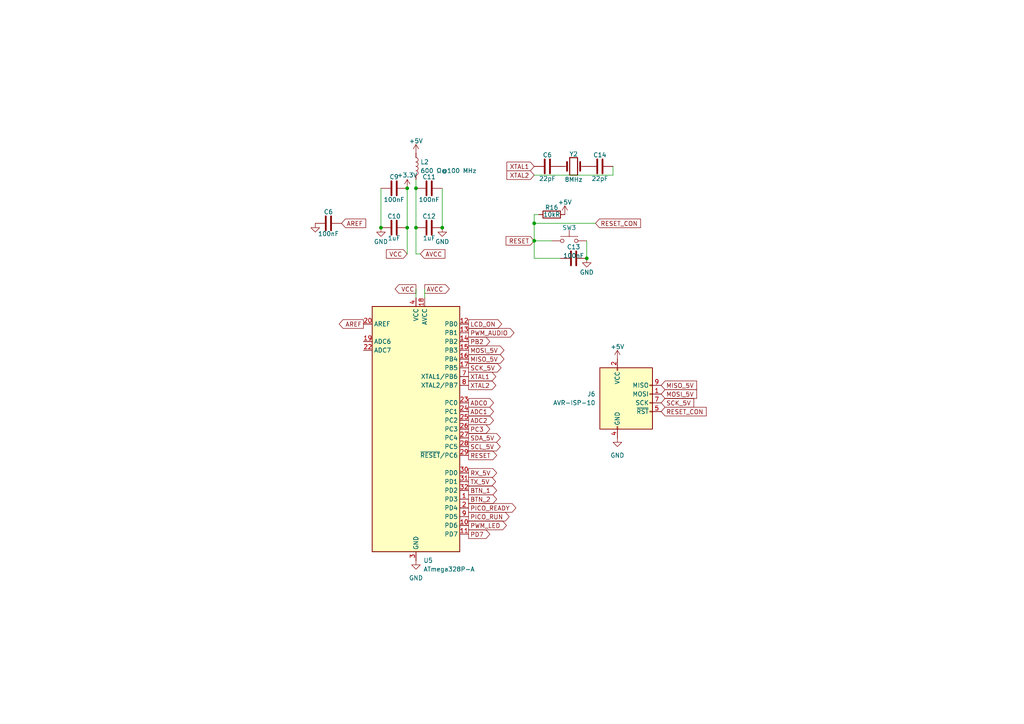
<source format=kicad_sch>
(kicad_sch (version 20250114) (generator "eeschema") (generator_version "9.0")
  (paper "A4")
  (title_block (title "Raspberry Pi Pico Logger - ATMega") (date "2026-01-06") (rev "1.0") (company "Creator: Piotr Kłyś"))
  (lib_symbols
    (symbol "Connector:AVR-ISP-10" (pin_names (offset 1.016))
      (property "Reference" "J" (at -6.35 11.43 0))
      (property "Value" "AVR-ISP-10" (at 0 11.43 0))
      (symbol "AVR-ISP-10_0_1"
        (rectangle (start -2.667 10.16) (end -2.413 9.398))
        (rectangle (start -2.667 -6.858) (end -2.413 -7.62))
        (rectangle (start 7.62 10.16) (end -7.62 -7.62) (stroke (width 0.254)) (fill (type background)))
        (rectangle (start 7.62 5.207) (end 6.858 4.953))
        (rectangle (start 7.62 2.667) (end 6.858 2.413))
        (rectangle (start 7.62 0.127) (end 6.858 -0.127))
        (rectangle (start 7.62 -2.413) (end 6.858 -2.667))
      )
      (symbol "AVR-ISP-10_1_1"
        (pin passive line (at -2.54 12.7 270) (length 2.54) (name "VCC") (number "2"))
        (pin passive line (at -2.54 -10.16 90) (length 2.54) (hide yes) (name "GND") (number "10"))
        (pin passive line (at -2.54 -10.16 90) (length 2.54) (name "GND") (number "4"))
        (pin passive line (at -2.54 -10.16 90) (length 2.54) (hide yes) (name "GND") (number "6"))
        (pin passive line (at -2.54 -10.16 90) (length 2.54) (hide yes) (name "GND") (number "8"))
        (pin no_connect line (at 7.62 -5.08 180) (length 2.54) (hide yes) (name "NC") (number "3"))
        (pin passive line (at 10.16 5.08 180) (length 2.54) (name "MISO") (number "9"))
        (pin passive line (at 10.16 2.54 180) (length 2.54) (name "MOSI") (number "1"))
        (pin passive line (at 10.16 0 180) (length 2.54) (name "SCK") (number "7"))
        (pin passive line (at 10.16 -2.54 180) (length 2.54) (name "~{RST}") (number "5"))
      )
    )
    (symbol "Device:C" (pin_numbers (hide yes)) (pin_names (offset 0.254))
      (property "Reference" "C" (at 0.635 2.54 0))
      (property "Value" "C" (at 0.635 -2.54 0))
      (symbol "C_0_1"
        (polyline (pts (xy -2.032 0.762) (xy 2.032 0.762)) (stroke (width 0.508)))
        (polyline (pts (xy -2.032 -0.762) (xy 2.032 -0.762)) (stroke (width 0.508)))
      )
      (symbol "C_1_1"
        (pin passive line (at 0 3.81 270) (length 2.794) (name "~") (number "1"))
        (pin passive line (at 0 -3.81 90) (length 2.794) (name "~") (number "2"))
      )
    )
    (symbol "Device:Crystal" (pin_numbers (hide yes)) (pin_names (offset 1.016) (hide yes))
      (property "Reference" "Y" (at 0 3.81 0))
      (property "Value" "Crystal" (at 0 -3.81 0))
      (symbol "Crystal_0_1"
        (polyline (pts (xy -2.54 0) (xy -1.905 0)))
        (polyline (pts (xy -1.905 -1.27) (xy -1.905 1.27)) (stroke (width 0.508)))
        (rectangle (start -1.143 2.54) (end 1.143 -2.54) (stroke (width 0.3048)))
        (polyline (pts (xy 1.905 -1.27) (xy 1.905 1.27)) (stroke (width 0.508)))
        (polyline (pts (xy 2.54 0) (xy 1.905 0)))
      )
      (symbol "Crystal_1_1"
        (pin passive line (at -3.81 0 0) (length 1.27) (name "1") (number "1"))
        (pin passive line (at 3.81 0 180) (length 1.27) (name "2") (number "2"))
      )
    )
    (symbol "Device:L" (pin_numbers (hide yes)) (pin_names (offset 1.016) (hide yes))
      (property "Reference" "L" (at -1.27 0 90))
      (property "Value" "L" (at 1.905 0 90))
      (symbol "L_0_1"
        (arc (start 0 2.54) (mid 0.6323 1.905) (end 0 1.27))
        (arc (start 0 1.27) (mid 0.6323 0.635) (end 0 0))
        (arc (start 0 0) (mid 0.6323 -0.635) (end 0 -1.27))
        (arc (start 0 -1.27) (mid 0.6323 -1.905) (end 0 -2.54))
      )
      (symbol "L_1_1"
        (pin passive line (at 0 3.81 270) (length 1.27) (name "1") (number "1"))
        (pin passive line (at 0 -3.81 90) (length 1.27) (name "2") (number "2"))
      )
    )
    (symbol "Device:R" (pin_numbers (hide yes)) (pin_names (offset 0))
      (property "Reference" "R" (at 2.032 0 90))
      (property "Value" "R" (at 0 0 90))
      (symbol "R_0_1"
        (rectangle (start -1.016 -2.54) (end 1.016 2.54) (stroke (width 0.254)))
      )
      (symbol "R_1_1"
        (pin passive line (at 0 3.81 270) (length 1.27) (name "~") (number "1"))
        (pin passive line (at 0 -3.81 90) (length 1.27) (name "~") (number "2"))
      )
    )
    (symbol "MCU_Microchip_ATmega:ATmega328P-A"
      (property "Reference" "U" (at -12.7 36.83 0))
      (property "Value" "ATmega328P-A" (at 2.54 -36.83 0))
      (symbol "ATmega328P-A_0_1"
        (rectangle (start -12.7 -35.56) (end 12.7 35.56) (stroke (width 0.254)) (fill (type background)))
      )
      (symbol "ATmega328P-A_1_1"
        (pin passive line (at -15.24 30.48 0) (length 2.54) (name "AREF") (number "20"))
        (pin input line (at -15.24 25.4 0) (length 2.54) (name "ADC6") (number "19"))
        (pin input line (at -15.24 22.86 0) (length 2.54) (name "ADC7") (number "22"))
        (pin power_in line (at 0 38.1 270) (length 2.54) (name "VCC") (number "4"))
        (pin passive line (at 0 38.1 270) (length 2.54) (hide yes) (name "VCC") (number "6"))
        (pin passive line (at 0 -38.1 90) (length 2.54) (hide yes) (name "GND") (number "21"))
        (pin power_in line (at 0 -38.1 90) (length 2.54) (name "GND") (number "3"))
        (pin passive line (at 0 -38.1 90) (length 2.54) (hide yes) (name "GND") (number "5"))
        (pin power_in line (at 2.54 38.1 270) (length 2.54) (name "AVCC") (number "18"))
        (pin bidirectional line (at 15.24 30.48 180) (length 2.54) (name "PB0") (number "12"))
        (pin bidirectional line (at 15.24 27.94 180) (length 2.54) (name "PB1") (number "13"))
        (pin bidirectional line (at 15.24 25.4 180) (length 2.54) (name "PB2") (number "14"))
        (pin bidirectional line (at 15.24 22.86 180) (length 2.54) (name "PB3") (number "15"))
        (pin bidirectional line (at 15.24 20.32 180) (length 2.54) (name "PB4") (number "16"))
        (pin bidirectional line (at 15.24 17.78 180) (length 2.54) (name "PB5") (number "17"))
        (pin bidirectional line (at 15.24 15.24 180) (length 2.54) (name "XTAL1/PB6") (number "7"))
        (pin bidirectional line (at 15.24 12.7 180) (length 2.54) (name "XTAL2/PB7") (number "8"))
        (pin bidirectional line (at 15.24 7.62 180) (length 2.54) (name "PC0") (number "23"))
        (pin bidirectional line (at 15.24 5.08 180) (length 2.54) (name "PC1") (number "24"))
        (pin bidirectional line (at 15.24 2.54 180) (length 2.54) (name "PC2") (number "25"))
        (pin bidirectional line (at 15.24 0 180) (length 2.54) (name "PC3") (number "26"))
        (pin bidirectional line (at 15.24 -2.54 180) (length 2.54) (name "PC4") (number "27"))
        (pin bidirectional line (at 15.24 -5.08 180) (length 2.54) (name "PC5") (number "28"))
        (pin bidirectional line (at 15.24 -7.62 180) (length 2.54) (name "~{RESET}/PC6") (number "29"))
        (pin bidirectional line (at 15.24 -12.7 180) (length 2.54) (name "PD0") (number "30"))
        (pin bidirectional line (at 15.24 -15.24 180) (length 2.54) (name "PD1") (number "31"))
        (pin bidirectional line (at 15.24 -17.78 180) (length 2.54) (name "PD2") (number "32"))
        (pin bidirectional line (at 15.24 -20.32 180) (length 2.54) (name "PD3") (number "1"))
        (pin bidirectional line (at 15.24 -22.86 180) (length 2.54) (name "PD4") (number "2"))
        (pin bidirectional line (at 15.24 -25.4 180) (length 2.54) (name "PD5") (number "9"))
        (pin bidirectional line (at 15.24 -27.94 180) (length 2.54) (name "PD6") (number "10"))
        (pin bidirectional line (at 15.24 -30.48 180) (length 2.54) (name "PD7") (number "11"))
      )
    )
    (symbol "Switch:SW_Push" (pin_numbers (hide yes)) (pin_names (offset 1.016) (hide yes))
      (property "Reference" "SW" (at 1.27 2.54 0))
      (property "Value" "SW_Push" (at 0 -1.524 0))
      (symbol "SW_Push_0_1"
        (circle (center -2.032 0) (radius 0.508))
        (polyline (pts (xy 0 1.27) (xy 0 3.048)))
        (circle (center 2.032 0) (radius 0.508))
        (polyline (pts (xy 2.54 1.27) (xy -2.54 1.27)))
        (pin passive line (at -5.08 0 0) (length 2.54) (name "1") (number "1"))
        (pin passive line (at 5.08 0 180) (length 2.54) (name "2") (number "2"))
      )
    )
    (symbol "power:+5V" (power) (pin_numbers (hide yes)) (pin_names (offset 0) (hide yes))
      (property "Value" "+5V" (at 0 3.556 0))
      (symbol "+5V_0_1"
        (polyline (pts (xy -0.762 1.27) (xy 0 2.54)))
        (polyline (pts (xy 0 2.54) (xy 0.762 1.27)))
        (polyline (pts (xy 0 0) (xy 0 2.54)))
      )
      (symbol "+5V_1_1"
        (pin power_in line (at 0 0 90) (length 0) (name "~") (number "1"))
      )
    )
    (symbol "power:GND" (power) (pin_numbers (hide yes)) (pin_names (offset 0) (hide yes))
      (property "Value" "GND" (at 0 -3.81 0))
      (symbol "GND_0_1"
        (polyline (pts (xy 0 0) (xy 0 -1.27) (xy 1.27 -1.27) (xy 0 -2.54) (xy -1.27 -1.27) (xy 0 -1.27)))
      )
      (symbol "GND_1_1"
        (pin power_in line (at 0 0 270) (length 0) (name "~") (number "1"))
      )
    )
  )
  (junction (at 154.94 64.77))
  (junction (at 170.18 74.93))
  (junction (at 118.11 54.61))
  (junction (at 110.49 66.04))
  (junction (at 154.94 69.85))
  (junction (at 128.27 66.04))
  (junction (at 120.65 66.04))
  (junction (at 120.65 54.61))
  (junction (at 118.11 66.04))
  (wire (pts (xy 170.18 69.85) (xy 170.18 74.93)))
  (wire (pts (xy 118.11 54.61) (xy 118.11 66.04)))
  (wire (pts (xy 110.49 54.61) (xy 110.49 66.04)))
  (wire (pts (xy 128.27 54.61) (xy 128.27 66.04)))
  (wire (pts (xy 120.65 83.82) (xy 120.65 86.36)))
  (wire (pts (xy 123.19 83.82) (xy 123.19 86.36)))
  (wire (pts (xy 172.72 64.77) (xy 154.94 64.77)))
  (wire (pts (xy 120.65 52.07) (xy 120.65 54.61)))
  (wire (pts (xy 154.94 62.23) (xy 154.94 64.77)))
  (wire (pts (xy 154.94 50.8) (xy 177.8 50.8)))
  (wire (pts (xy 120.65 54.61) (xy 120.65 66.04)))
  (wire (pts (xy 154.94 69.85) (xy 154.94 74.93)))
  (wire (pts (xy 154.94 64.77) (xy 154.94 69.85)))
  (wire (pts (xy 177.8 50.8) (xy 177.8 48.26)))
  (wire (pts (xy 120.65 66.04) (xy 120.65 73.66)))
  (wire (pts (xy 154.94 62.23) (xy 156.21 62.23)))
  (wire (pts (xy 120.65 73.66) (xy 121.92 73.66)))
  (wire (pts (xy 118.11 66.04) (xy 118.11 73.66)))
  (wire (pts (xy 154.94 74.93) (xy 162.56 74.93)))
  (wire (pts (xy 160.02 69.85) (xy 154.94 69.85)))
  (global_label "RESET" (shape input) (at 154.94 69.85 180) (property "Intersheetrefs" "${INTERSHEET_REFS}" (effects (hide yes))))
  (global_label "XTAL2" (shape input) (at 154.94 50.8 180) (property "Intersheetrefs" "${INTERSHEET_REFS}" (effects (hide yes))))
  (global_label "VCC" (shape output) (at 120.65 83.82 180) (property "Intersheetrefs" "${INTERSHEET_REFS}" (effects (hide yes))))
  (global_label "RESET_CON" (shape input) (at 191.77 119.38 0) (property "Intersheetrefs" "${INTERSHEET_REFS}" (effects (hide yes))))
  (global_label "AVCC" (shape input) (at 121.92 73.66 0) (property "Intersheetrefs" "${INTERSHEET_REFS}" (effects (hide yes))))
  (global_label "PD7" (shape output) (at 135.89 154.94 0) (property "Intersheetrefs" "${INTERSHEET_REFS}" (effects (hide yes))))
  (global_label "ADC0" (shape output) (at 135.89 116.84 0) (property "Intersheetrefs" "${INTERSHEET_REFS}" (effects (hide yes))))
  (global_label "PICO_RUN" (shape output) (at 135.89 149.86 0) (property "Intersheetrefs" "${INTERSHEET_REFS}" (effects (hide yes))))
  (global_label "PICO_READY" (shape output) (at 135.89 147.32 0) (property "Intersheetrefs" "${INTERSHEET_REFS}" (effects (hide yes))))
  (global_label "SDA_5V" (shape output) (at 135.89 127 0) (property "Intersheetrefs" "${INTERSHEET_REFS}" (effects (hide yes))))
  (global_label "RESET_CON" (shape input) (at 172.72 64.77 0) (property "Intersheetrefs" "${INTERSHEET_REFS}" (effects (hide yes))))
  (global_label "MOSI_5V" (shape output) (at 135.89 101.6 0) (property "Intersheetrefs" "${INTERSHEET_REFS}" (effects (hide yes))))
  (global_label "AREF" (shape output) (at 105.41 93.98 180) (property "Intersheetrefs" "${INTERSHEET_REFS}" (effects (hide yes))))
  (global_label "XTAL1" (shape input) (at 154.94 48.26 180) (property "Intersheetrefs" "${INTERSHEET_REFS}" (effects (hide yes))))
  (global_label "XTAL2" (shape output) (at 135.89 111.76 0) (property "Intersheetrefs" "${INTERSHEET_REFS}" (effects (hide yes))))
  (global_label "RX_5V" (shape output) (at 135.89 137.16 0) (property "Intersheetrefs" "${INTERSHEET_REFS}" (effects (hide yes))))
  (global_label "ADC1" (shape output) (at 135.89 119.38 0) (property "Intersheetrefs" "${INTERSHEET_REFS}" (effects (hide yes))))
  (global_label "SCK_5V" (shape output) (at 135.89 106.68 0) (property "Intersheetrefs" "${INTERSHEET_REFS}" (effects (hide yes))))
  (global_label "BTN_2" (shape output) (at 135.89 144.78 0) (property "Intersheetrefs" "${INTERSHEET_REFS}" (effects (hide yes))))
  (global_label "PWM_LED" (shape output) (at 135.89 152.4 0) (property "Intersheetrefs" "${INTERSHEET_REFS}" (effects (hide yes))))
  (global_label "XTAL1" (shape output) (at 135.89 109.22 0) (property "Intersheetrefs" "${INTERSHEET_REFS}" (effects (hide yes))))
  (global_label "AREF" (shape input) (at 99.06 64.77 0) (property "Intersheetrefs" "${INTERSHEET_REFS}" (effects (hide yes))))
  (global_label "MOSI_5V" (shape input) (at 191.77 114.3 0) (property "Intersheetrefs" "${INTERSHEET_REFS}" (effects (hide yes))))
  (global_label "RESET" (shape output) (at 135.89 132.08 0) (property "Intersheetrefs" "${INTERSHEET_REFS}" (effects (hide yes))))
  (global_label "ADC2" (shape output) (at 135.89 121.92 0) (property "Intersheetrefs" "${INTERSHEET_REFS}" (effects (hide yes))))
  (global_label "MISO_5V" (shape input) (at 191.77 111.76 0) (property "Intersheetrefs" "${INTERSHEET_REFS}" (effects (hide yes))))
  (global_label "TX_5V" (shape output) (at 135.89 139.7 0) (property "Intersheetrefs" "${INTERSHEET_REFS}" (effects (hide yes))))
  (global_label "BTN_1" (shape output) (at 135.89 142.24 0) (property "Intersheetrefs" "${INTERSHEET_REFS}" (effects (hide yes))))
  (global_label "VCC" (shape input) (at 118.11 73.66 180) (property "Intersheetrefs" "${INTERSHEET_REFS}" (effects (hide yes))))
  (global_label "AVCC" (shape output) (at 123.19 83.82 0) (property "Intersheetrefs" "${INTERSHEET_REFS}" (effects (hide yes))))
  (global_label "LCD_ON" (shape output) (at 135.89 93.98 0) (property "Intersheetrefs" "${INTERSHEET_REFS}" (effects (hide yes))))
  (global_label "MISO_5V" (shape output) (at 135.89 104.14 0) (property "Intersheetrefs" "${INTERSHEET_REFS}" (effects (hide yes))))
  (global_label "PWM_AUDIO" (shape output) (at 135.89 96.52 0) (property "Intersheetrefs" "${INTERSHEET_REFS}" (effects (hide yes))))
  (global_label "PC3" (shape output) (at 135.89 124.46 0) (property "Intersheetrefs" "${INTERSHEET_REFS}" (effects (hide yes))))
  (global_label "SCK_5V" (shape input) (at 191.77 116.84 0) (property "Intersheetrefs" "${INTERSHEET_REFS}" (effects (hide yes))))
  (global_label "PB2" (shape output) (at 135.89 99.06 0) (property "Intersheetrefs" "${INTERSHEET_REFS}" (effects (hide yes))))
  (global_label "SCL_5V" (shape output) (at 135.89 129.54 0) (property "Intersheetrefs" "${INTERSHEET_REFS}" (effects (hide yes))))
  (symbol (lib_id "Switch:SW_Push") (at 165.1 69.85 0) (unit 1)
    (property "Reference" "SW3" (at 165.1 66.04 0))
    (property "Value" "Tact Switch 6x6mm / 13mm" (effects (hide yes)))
    (property "Footprint" "Button_Switch_THT:SW_PUSH_6mm" (effects (hide yes)))
    (property "Description" "Push button switch, generic, two pins" (effects (hide yes)))
  )
  (symbol (lib_id "power:+5V") (at 120.65 44.45 0) (unit 1)
    (property "Reference" "#PWR046" (effects (hide yes)))
    (property "Value" "+5V" (at 120.65 40.894 0))
    (property "Description" "Power symbol creates a global label with name \"+5V\"" (effects (hide yes)))
  )
  (symbol (lib_id "Device:C") (at 166.37 74.93 90) (unit 1)
    (property "Reference" "C13" (at 166.37 71.628 90))
    (property "Value" "100nF" (at 166.37 74.168 90))
    (property "Footprint" "Capacitor_SMD:C_0805_2012Metric_Pad1.18x1.45mm_HandSolder" (effects (hide yes)))
    (property "Description" "Unpolarized capacitor" (effects (hide yes)))
  )
  (symbol (lib_id "Connector:AVR-ISP-10") (at 181.61 116.84 0) (unit 1)
    (property "Reference" "J6" (at 172.72 114.2999 0) (effects (justify right)))
    (property "Value" "AVR-ISP-10" (at 172.72 116.8399 0) (effects (justify right)))
    (property "Footprint" "Connector_IDC:IDC-Header_2x05_P2.54mm_Vertical" (effects (hide yes)))
    (property "Description" "Atmel 10-pin ISP connector" (effects (hide yes)))
  )
  (symbol (lib_id "Device:L") (at 120.65 48.26 0) (unit 1)
    (property "Reference" "L2" (at 121.92 46.9899 0) (effects (justify left)))
    (property "Value" "600 Ω@100 MHz" (at 121.92 49.5299 0) (effects (justify left)))
    (property "Footprint" "Inductor_SMD:L_0805_2012Metric_Pad1.05x1.20mm_HandSolder" (effects (hide yes)))
    (property "Description" "Inductor" (effects (hide yes)))
  )
  (symbol (lib_id "Device:R") (at 160.02 62.23 270) (unit 1)
    (property "Reference" "R16" (at 160.02 60.198 90))
    (property "Value" "10kR" (at 160.02 62.23 90))
    (property "Footprint" "Resistor_SMD:R_0805_2012Metric" (effects (hide yes)))
    (property "Description" "Resistor" (effects (hide yes)))
  )
  (symbol (lib_id "Device:C") (at 124.46 66.04 90) (unit 1)
    (property "Reference" "C12" (at 124.46 62.738 90))
    (property "Value" "1uF" (at 124.46 69.088 90))
    (property "Footprint" "Capacitor_SMD:C_0805_2012Metric_Pad1.18x1.45mm_HandSolder" (effects (hide yes)))
    (property "Description" "Unpolarized capacitor" (effects (hide yes)))
  )
  (symbol (lib_id "power:GND") (at 179.07 127 0) (unit 1)
    (property "Reference" "#PWR057" (effects (hide yes)))
    (property "Value" "GND" (at 179.07 132.08 0))
    (property "Description" "Power symbol creates a global label with name \"GND\" , ground" (effects (hide yes)))
  )
  (symbol (lib_id "Device:C") (at 158.75 48.26 90) (unit 1)
    (property "Reference" "C6" (at 158.75 44.958 90))
    (property "Value" "22pF" (at 158.75 51.816 90))
    (property "Footprint" "Capacitor_SMD:C_0805_2012Metric_Pad1.18x1.45mm_HandSolder" (effects (hide yes)))
    (property "Description" "Unpolarized capacitor" (effects (hide yes)))
  )
  (symbol (lib_id "Device:C") (at 114.3 66.04 90) (unit 1)
    (property "Reference" "C10" (at 114.3 62.738 90))
    (property "Value" "1uF" (at 114.3 69.088 90))
    (property "Footprint" "Capacitor_SMD:C_0805_2012Metric_Pad1.18x1.45mm_HandSolder" (effects (hide yes)))
    (property "Description" "Unpolarized capacitor" (effects (hide yes)))
  )
  (symbol (lib_id "power:GND") (at 120.65 162.56 0) (unit 1)
    (property "Reference" "#PWR037" (effects (hide yes)))
    (property "Value" "GND" (at 120.65 167.64 0))
    (property "Description" "Power symbol creates a global label with name \"GND\" , ground" (effects (hide yes)))
  )
  (symbol (lib_id "power:+5V") (at 179.07 104.14 0) (unit 1)
    (property "Reference" "#PWR056" (effects (hide yes)))
    (property "Value" "+5V" (at 179.07 100.584 0))
    (property "Description" "Power symbol creates a global label with name \"+5V\"" (effects (hide yes)))
  )
  (symbol (lib_id "Device:C") (at 173.99 48.26 90) (unit 1)
    (property "Reference" "C14" (at 173.99 44.958 90))
    (property "Value" "22pF" (at 173.99 51.816 90))
    (property "Footprint" "Capacitor_SMD:C_0805_2012Metric_Pad1.18x1.45mm_HandSolder" (effects (hide yes)))
    (property "Description" "Unpolarized capacitor" (effects (hide yes)))
  )
  (symbol (lib_id "Device:C") (at 114.3 54.61 90) (unit 1)
    (property "Reference" "C9" (at 114.3 51.308 90))
    (property "Value" "100nF" (at 114.3 57.912 90))
    (property "Footprint" "Capacitor_SMD:C_0805_2012Metric_Pad1.18x1.45mm_HandSolder" (effects (hide yes)))
    (property "Description" "Unpolarized capacitor" (effects (hide yes)))
  )
  (symbol (lib_id "MCU_Microchip_ATmega:ATmega328P-A") (at 120.65 124.46 0) (unit 1)
    (property "Reference" "U5" (at 122.7933 162.56 0) (effects (justify left)))
    (property "Value" "ATmega328P-A" (at 122.7933 165.1 0) (effects (justify left)))
    (property "Footprint" "Package_QFP:TQFP-32_7x7mm_P0.8mm" (effects (hide yes)))
    (property "Datasheet" "http://ww1.microchip.com/downloads/en/DeviceDoc/ATmega328_P%20AVR%20MCU%20with%20picoPower%20Technology%20Data%20Sheet%2040001984A.pdf" (effects (hide yes)))
    (property "Description" "20MHz, 32kB Flash, 2kB SRAM, 1kB EEPROM, TQFP-32" (effects (hide yes)))
  )
  (symbol (lib_id "Device:Crystal") (at 166.37 48.26 0) (unit 1)
    (property "Reference" "Y2" (at 166.37 44.704 0))
    (property "Value" "8MHz" (at 166.37 52.07 0))
    (property "Footprint" "Crystal:Crystal_HC49-4H_Vertical" (effects (hide yes)))
    (property "Description" "Two pin crystal" (effects (hide yes)))
  )
  (symbol (lib_id "Device:C") (at 95.25 64.77 90) (unit 1)
    (property "Reference" "C6" (at 95.25 61.468 90))
    (property "Value" "100nF" (at 95.25 67.818 90))
    (property "Footprint" "Capacitor_SMD:C_0805_2012Metric_Pad1.18x1.45mm_HandSolder" (effects (hide yes)))
    (property "Description" "Unpolarized capacitor" (effects (hide yes)))
  )
  (symbol (lib_id "power:GND") (at 128.27 66.04 0) (unit 1)
    (property "Reference" "#PWR047" (effects (hide yes)))
    (property "Value" "GND" (at 128.27 70.104 0))
    (property "Description" "Power symbol creates a global label with name \"GND\" , ground" (effects (hide yes)))
  )
  (symbol (lib_id "Device:C") (at 124.46 54.61 90) (unit 1)
    (property "Reference" "C11" (at 124.46 51.308 90))
    (property "Value" "100nF" (at 124.46 57.912 90))
    (property "Footprint" "Capacitor_SMD:C_0805_2012Metric_Pad1.18x1.45mm_HandSolder" (effects (hide yes)))
    (property "Description" "Unpolarized capacitor" (effects (hide yes)))
  )
  (symbol (lib_id "power:GND") (at 110.49 66.04 0) (unit 1)
    (property "Reference" "#PWR044" (effects (hide yes)))
    (property "Value" "GND" (at 110.49 70.104 0))
    (property "Description" "Power symbol creates a global label with name \"GND\" , ground" (effects (hide yes)))
  )
  (symbol (lib_id "power:GND") (at 170.18 74.93 0) (unit 1)
    (property "Reference" "#PWR050" (effects (hide yes)))
    (property "Value" "GND" (at 170.18 78.994 0))
    (property "Description" "Power symbol creates a global label with name \"GND\" , ground" (effects (hide yes)))
  )
  (symbol (lib_id "power:+5V") (at 118.11 54.61 0) (unit 1)
    (property "Reference" "#PWR045" (effects (hide yes)))
    (property "Value" "+3.3V" (at 118.11 50.8 0))
    (property "Description" "Power symbol creates a global label with name \"+5V\"" (effects (hide yes)))
  )
  (symbol (lib_id "power:GND") (at 91.44 64.77 0) (unit 1)
    (property "Reference" "#PWR043" (effects (hide yes)))
    (property "Value" "GND" (effects (hide yes)))
    (property "Description" "Power symbol creates a global label with name \"GND\" , ground" (effects (hide yes)))
  )
  (symbol (lib_id "power:+5V") (at 163.83 62.23 0) (unit 1)
    (property "Reference" "#PWR049" (effects (hide yes)))
    (property "Value" "+5V" (at 163.83 58.674 0))
    (property "Description" "Power symbol creates a global label with name \"+5V\"" (effects (hide yes)))
  )
)
</source>
